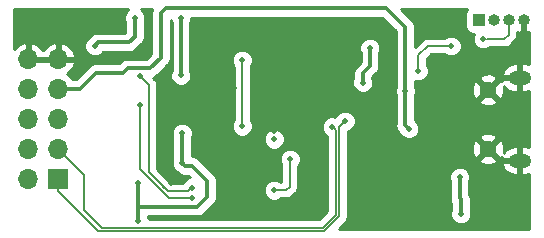
<source format=gbr>
G04 #@! TF.GenerationSoftware,KiCad,Pcbnew,(5.0-dev-4069-g322ce84fb)*
G04 #@! TF.CreationDate,2018-04-09T14:07:30+08:00*
G04 #@! TF.ProjectId,ZZQDap,5A5A514461702E6B696361645F706362,rev?*
G04 #@! TF.SameCoordinates,Original*
G04 #@! TF.FileFunction,Copper,L2,Bot,Signal*
G04 #@! TF.FilePolarity,Positive*
%FSLAX46Y46*%
G04 Gerber Fmt 4.6, Leading zero omitted, Abs format (unit mm)*
G04 Created by KiCad (PCBNEW (5.0-dev-4069-g322ce84fb)) date 04/09/18 14:07:30*
%MOMM*%
%LPD*%
G01*
G04 APERTURE LIST*
%ADD10O,1.900000X1.200000*%
%ADD11C,1.450000*%
%ADD12O,1.700000X1.700000*%
%ADD13R,1.700000X1.700000*%
%ADD14O,1.000000X1.000000*%
%ADD15R,1.000000X1.000000*%
%ADD16C,0.500000*%
%ADD17C,0.380000*%
%ADD18C,0.300000*%
%ADD19C,0.152000*%
%ADD20C,0.254000*%
G04 APERTURE END LIST*
D10*
X143500000Y-106500000D03*
X143500000Y-113500000D03*
D11*
X140800000Y-107500000D03*
X140800000Y-112500000D03*
D12*
X101860000Y-104920000D03*
X104400000Y-104920000D03*
X101860000Y-107460000D03*
X104400000Y-107460000D03*
X101860000Y-110000000D03*
X104400000Y-110000000D03*
X101860000Y-112540000D03*
X104400000Y-112540000D03*
X101860000Y-115080000D03*
D13*
X104400000Y-115080000D03*
D14*
X143810000Y-101600000D03*
X142540000Y-101600000D03*
X141270000Y-101600000D03*
D15*
X140000000Y-101600000D03*
D16*
X118500000Y-104100000D03*
X126000000Y-118000000D03*
X124000000Y-104600000D03*
X128700000Y-108250010D03*
X130800000Y-104000000D03*
X130200000Y-106900000D03*
X127100000Y-113400000D03*
X114000000Y-115400000D03*
X114800000Y-101400000D03*
X114800000Y-106300000D03*
X111400000Y-103800000D03*
X127600000Y-110650000D03*
X128700000Y-110150000D03*
X119300000Y-107400000D03*
X107500000Y-103800000D03*
X110900000Y-101400000D03*
X111302389Y-106340010D03*
X122700000Y-116000000D03*
X115700000Y-116700000D03*
X115700000Y-115800000D03*
X114900000Y-113700000D03*
X114900000Y-111200000D03*
X124050000Y-113400000D03*
X111300000Y-108800000D03*
X138400000Y-114900000D03*
X138500000Y-118000000D03*
X139200000Y-108300000D03*
X139200000Y-107500000D03*
X137700000Y-103800000D03*
X134900000Y-105900000D03*
X140400000Y-103200000D03*
X134100000Y-110800000D03*
X137800000Y-110800000D03*
X122700000Y-111700000D03*
X122700000Y-111000000D03*
X119200000Y-109000000D03*
X120000000Y-105000000D03*
X120000000Y-110600000D03*
X138100000Y-114000000D03*
X138047979Y-107600000D03*
X111200000Y-118600000D03*
X111200000Y-115400000D03*
X133800000Y-107600000D03*
D17*
X113100000Y-104800000D02*
X113100000Y-101000000D01*
X112200000Y-105700000D02*
X113100000Y-104800000D01*
X113100000Y-101000000D02*
X113500000Y-100600000D01*
X113500000Y-100600000D02*
X132200000Y-100600000D01*
X132200000Y-100600000D02*
X133800000Y-102200000D01*
X133800000Y-102200000D02*
X133800000Y-107600000D01*
X110300000Y-105700000D02*
X112200000Y-105700000D01*
X109900000Y-106100000D02*
X110300000Y-105700000D01*
X107600000Y-106100000D02*
X106240000Y-107460000D01*
X107600000Y-106100000D02*
X109900000Y-106100000D01*
X106240000Y-107460000D02*
X104400000Y-107460000D01*
X133800000Y-109000000D02*
X133800000Y-110500000D01*
X133800000Y-107600000D02*
X133800000Y-109000000D01*
D18*
X130800000Y-105500000D02*
X130800000Y-104000000D01*
X130200000Y-106100000D02*
X130800000Y-105500000D01*
X130200000Y-106900000D02*
X130200000Y-106100000D01*
D17*
X114900000Y-113700000D02*
X115149999Y-113949999D01*
X115149999Y-113949999D02*
X115749999Y-113949999D01*
X115749999Y-113949999D02*
X117000000Y-115200000D01*
X117000000Y-115200000D02*
X117000000Y-116600000D01*
X117000000Y-116600000D02*
X116200000Y-117400000D01*
X116200000Y-117400000D02*
X111200000Y-117400000D01*
X111200000Y-117400000D02*
X111200000Y-115400000D01*
X111200000Y-118600000D02*
X111200000Y-117400000D01*
D18*
X114800000Y-106300000D02*
X114800000Y-101400000D01*
D19*
X127900000Y-118100000D02*
X127900000Y-111000000D01*
X127600000Y-110650000D02*
X127900000Y-110950000D01*
X127900000Y-110950000D02*
X127900000Y-111000000D01*
X128204011Y-118225925D02*
X128204011Y-110800000D01*
X128700000Y-110150000D02*
X128204011Y-110645989D01*
X128204011Y-110645989D02*
X128204011Y-110800000D01*
D18*
X119200000Y-109000000D02*
X119200000Y-107500000D01*
X119200000Y-107500000D02*
X119300000Y-107400000D01*
D17*
X110900000Y-101400000D02*
X110900000Y-103000000D01*
X110900000Y-103000000D02*
X110400000Y-103500000D01*
X110400000Y-103500000D02*
X107800000Y-103500000D01*
X107800000Y-103500000D02*
X107500000Y-103800000D01*
D19*
X126799999Y-119200001D02*
X127900000Y-118100000D01*
X118799999Y-119200001D02*
X126799999Y-119200001D01*
X109100000Y-119200001D02*
X118799999Y-119200001D01*
X108100001Y-119200001D02*
X109100000Y-119200001D01*
X106600000Y-117700000D02*
X108100001Y-119200001D01*
X106600000Y-114740000D02*
X106600000Y-117700000D01*
X104400000Y-112540000D02*
X106600000Y-114740000D01*
X104400000Y-115080000D02*
X104400000Y-116082000D01*
X104400000Y-116082000D02*
X107822011Y-119504011D01*
X107822011Y-119504011D02*
X126925925Y-119504011D01*
X126925925Y-119504011D02*
X128204011Y-118225925D01*
X112100000Y-114500000D02*
X112100000Y-107137621D01*
X111552388Y-106590009D02*
X111302389Y-106340010D01*
X112100000Y-107137621D02*
X111552388Y-106590009D01*
X112600000Y-115000000D02*
X112100000Y-114500000D01*
X115300000Y-116100000D02*
X113700000Y-116100000D01*
X115700000Y-115800000D02*
X115400000Y-116100000D01*
X115400000Y-116100000D02*
X115300000Y-116100000D01*
X112600000Y-115000000D02*
X113200000Y-115600000D01*
X112600000Y-115000000D02*
X113700000Y-116100000D01*
X123700000Y-116000000D02*
X124000000Y-115700000D01*
X122700000Y-116000000D02*
X123700000Y-116000000D01*
X124000000Y-115700000D02*
X124000000Y-113803553D01*
X124000000Y-113803553D02*
X124050000Y-113753553D01*
X124050000Y-113753553D02*
X124050000Y-113400000D01*
X111300000Y-114200000D02*
X113200000Y-116100000D01*
X115700000Y-116700000D02*
X113800000Y-116700000D01*
X113800000Y-116700000D02*
X113200000Y-116100000D01*
X113400000Y-115800000D02*
X113200000Y-115600000D01*
D17*
X114900000Y-111200000D02*
X114900000Y-113700000D01*
D19*
X111300000Y-108800000D02*
X111300000Y-114200000D01*
D17*
X138400000Y-116700000D02*
X138500000Y-116800000D01*
X138400000Y-114900000D02*
X138400000Y-116700000D01*
X138500000Y-116800000D02*
X138500000Y-118000000D01*
D19*
X135700000Y-103800000D02*
X134900000Y-104600000D01*
X137700000Y-103800000D02*
X135700000Y-103800000D01*
X134900000Y-104600000D02*
X134900000Y-105900000D01*
X142200000Y-103200000D02*
X142540000Y-102860000D01*
X142540000Y-102860000D02*
X142540000Y-101600000D01*
X140700000Y-103200000D02*
X142200000Y-103200000D01*
D17*
X133800000Y-110500000D02*
X134100000Y-110800000D01*
D19*
X120000000Y-110600000D02*
X120000000Y-110246447D01*
X120000000Y-110246447D02*
X120000000Y-105000000D01*
D20*
G36*
X138901843Y-100852235D02*
X138852560Y-101100000D01*
X138852560Y-102100000D01*
X138901843Y-102347765D01*
X139042191Y-102557809D01*
X139252235Y-102698157D01*
X139500000Y-102747440D01*
X139629539Y-102747440D01*
X139515000Y-103023963D01*
X139515000Y-103376037D01*
X139649733Y-103701312D01*
X139898688Y-103950267D01*
X140223963Y-104085000D01*
X140576037Y-104085000D01*
X140901312Y-103950267D01*
X140940579Y-103911000D01*
X142129979Y-103911000D01*
X142200000Y-103924928D01*
X142270021Y-103911000D01*
X142270026Y-103911000D01*
X142477418Y-103869747D01*
X142712602Y-103712602D01*
X142752269Y-103653236D01*
X142993238Y-103412267D01*
X143052601Y-103372602D01*
X143092267Y-103313238D01*
X143092269Y-103313236D01*
X143209747Y-103137419D01*
X143222148Y-103075072D01*
X143251000Y-102930026D01*
X143251000Y-102930022D01*
X143264928Y-102860000D01*
X143251000Y-102789978D01*
X143251000Y-102587628D01*
X143508126Y-102694119D01*
X143683000Y-102567954D01*
X143683000Y-101727000D01*
X143671973Y-101727000D01*
X143697235Y-101600000D01*
X143671973Y-101473000D01*
X143683000Y-101473000D01*
X143683000Y-101453000D01*
X143937000Y-101453000D01*
X143937000Y-101473000D01*
X143957000Y-101473000D01*
X143957000Y-101727000D01*
X143937000Y-101727000D01*
X143937000Y-102567954D01*
X144111874Y-102694119D01*
X144290000Y-102620346D01*
X144290000Y-105361419D01*
X143977000Y-105265000D01*
X143627000Y-105265000D01*
X143627000Y-106373000D01*
X143647000Y-106373000D01*
X143647000Y-106627000D01*
X143627000Y-106627000D01*
X143627000Y-107735000D01*
X143977000Y-107735000D01*
X144290000Y-107638581D01*
X144290001Y-112361419D01*
X143977000Y-112265000D01*
X143627000Y-112265000D01*
X143627000Y-113373000D01*
X143647000Y-113373000D01*
X143647000Y-113627000D01*
X143627000Y-113627000D01*
X143627000Y-114735000D01*
X143977000Y-114735000D01*
X144290001Y-114638581D01*
X144290001Y-119290000D01*
X128145442Y-119290000D01*
X128657251Y-118778190D01*
X128716612Y-118738527D01*
X128756276Y-118679166D01*
X128756280Y-118679162D01*
X128873758Y-118503344D01*
X128928940Y-118225925D01*
X128915011Y-118155899D01*
X128915011Y-114723963D01*
X137515000Y-114723963D01*
X137515000Y-115076037D01*
X137575000Y-115220891D01*
X137575001Y-116618748D01*
X137558839Y-116700000D01*
X137622868Y-117021898D01*
X137660423Y-117078102D01*
X137675000Y-117099919D01*
X137675001Y-117679108D01*
X137615000Y-117823963D01*
X137615000Y-118176037D01*
X137749733Y-118501312D01*
X137998688Y-118750267D01*
X138323963Y-118885000D01*
X138676037Y-118885000D01*
X139001312Y-118750267D01*
X139250267Y-118501312D01*
X139385000Y-118176037D01*
X139385000Y-117823963D01*
X139325000Y-117679110D01*
X139325000Y-116881247D01*
X139341161Y-116799999D01*
X139325000Y-116718750D01*
X139325000Y-116718749D01*
X139277132Y-116478101D01*
X139225000Y-116400080D01*
X139225000Y-115220890D01*
X139285000Y-115076037D01*
X139285000Y-114723963D01*
X139150267Y-114398688D01*
X138901312Y-114149733D01*
X138576037Y-114015000D01*
X138223963Y-114015000D01*
X137898688Y-114149733D01*
X137649733Y-114398688D01*
X137515000Y-114723963D01*
X128915011Y-114723963D01*
X128915011Y-113453398D01*
X140026207Y-113453398D01*
X140091122Y-113691753D01*
X140601146Y-113872312D01*
X141141444Y-113843949D01*
X141205034Y-113817609D01*
X141956538Y-113817609D01*
X141960408Y-113855281D01*
X142186920Y-114283474D01*
X142560053Y-114592390D01*
X143023000Y-114735000D01*
X143373000Y-114735000D01*
X143373000Y-113627000D01*
X142081269Y-113627000D01*
X141956538Y-113817609D01*
X141205034Y-113817609D01*
X141508878Y-113691753D01*
X141573793Y-113453398D01*
X140800000Y-112679605D01*
X140026207Y-113453398D01*
X128915011Y-113453398D01*
X128915011Y-112301146D01*
X139427688Y-112301146D01*
X139456051Y-112841444D01*
X139608247Y-113208878D01*
X139846602Y-113273793D01*
X140620395Y-112500000D01*
X140979605Y-112500000D01*
X141753398Y-113273793D01*
X141976576Y-113213012D01*
X142081269Y-113373000D01*
X143373000Y-113373000D01*
X143373000Y-112265000D01*
X143023000Y-112265000D01*
X142560053Y-112407610D01*
X142186920Y-112716526D01*
X142123842Y-112835768D01*
X142172312Y-112698854D01*
X142143949Y-112158556D01*
X141991753Y-111791122D01*
X141753398Y-111726207D01*
X140979605Y-112500000D01*
X140620395Y-112500000D01*
X139846602Y-111726207D01*
X139608247Y-111791122D01*
X139427688Y-112301146D01*
X128915011Y-112301146D01*
X128915011Y-111018856D01*
X129201312Y-110900267D01*
X129450267Y-110651312D01*
X129585000Y-110326037D01*
X129585000Y-109973963D01*
X129450267Y-109648688D01*
X129201312Y-109399733D01*
X128876037Y-109265000D01*
X128523963Y-109265000D01*
X128198688Y-109399733D01*
X127949733Y-109648688D01*
X127883173Y-109809377D01*
X127776037Y-109765000D01*
X127423963Y-109765000D01*
X127098688Y-109899733D01*
X126849733Y-110148688D01*
X126715000Y-110473963D01*
X126715000Y-110826037D01*
X126849733Y-111151312D01*
X127098688Y-111400267D01*
X127189001Y-111437676D01*
X127189000Y-117805494D01*
X126505494Y-118489001D01*
X112085000Y-118489001D01*
X112085000Y-118423963D01*
X112025000Y-118279110D01*
X112025000Y-118225000D01*
X116118753Y-118225000D01*
X116200000Y-118241161D01*
X116281247Y-118225000D01*
X116281251Y-118225000D01*
X116521899Y-118177132D01*
X116794791Y-117994791D01*
X116840817Y-117925908D01*
X117525910Y-117240816D01*
X117594791Y-117194791D01*
X117777132Y-116921899D01*
X117825000Y-116681251D01*
X117825000Y-116681248D01*
X117841161Y-116600000D01*
X117825000Y-116518753D01*
X117825000Y-115823963D01*
X121815000Y-115823963D01*
X121815000Y-116176037D01*
X121949733Y-116501312D01*
X122198688Y-116750267D01*
X122523963Y-116885000D01*
X122876037Y-116885000D01*
X123201312Y-116750267D01*
X123240579Y-116711000D01*
X123629979Y-116711000D01*
X123700000Y-116724928D01*
X123770021Y-116711000D01*
X123770026Y-116711000D01*
X123977418Y-116669747D01*
X124212602Y-116512602D01*
X124252269Y-116453236D01*
X124453238Y-116252267D01*
X124512601Y-116212602D01*
X124669747Y-115977418D01*
X124711000Y-115770026D01*
X124711000Y-115770022D01*
X124724928Y-115700001D01*
X124711000Y-115629980D01*
X124711000Y-114044062D01*
X124719747Y-114030971D01*
X124731948Y-113969631D01*
X124800267Y-113901312D01*
X124935000Y-113576037D01*
X124935000Y-113223963D01*
X124800267Y-112898688D01*
X124551312Y-112649733D01*
X124226037Y-112515000D01*
X123873963Y-112515000D01*
X123548688Y-112649733D01*
X123299733Y-112898688D01*
X123165000Y-113223963D01*
X123165000Y-113576037D01*
X123289001Y-113875402D01*
X123289000Y-115289000D01*
X123240579Y-115289000D01*
X123201312Y-115249733D01*
X122876037Y-115115000D01*
X122523963Y-115115000D01*
X122198688Y-115249733D01*
X121949733Y-115498688D01*
X121815000Y-115823963D01*
X117825000Y-115823963D01*
X117825000Y-115281247D01*
X117841161Y-115199999D01*
X117825000Y-115118750D01*
X117825000Y-115118749D01*
X117777132Y-114878101D01*
X117594791Y-114605209D01*
X117525911Y-114559185D01*
X116390817Y-113424091D01*
X116344790Y-113355208D01*
X116071898Y-113172867D01*
X115831250Y-113124999D01*
X115831246Y-113124999D01*
X115749999Y-113108838D01*
X115725000Y-113113811D01*
X115725000Y-111523963D01*
X121815000Y-111523963D01*
X121815000Y-111876037D01*
X121949733Y-112201312D01*
X122198688Y-112450267D01*
X122523963Y-112585000D01*
X122876037Y-112585000D01*
X123201312Y-112450267D01*
X123450267Y-112201312D01*
X123585000Y-111876037D01*
X123585000Y-111523963D01*
X123450267Y-111198688D01*
X123201312Y-110949733D01*
X122876037Y-110815000D01*
X122523963Y-110815000D01*
X122198688Y-110949733D01*
X121949733Y-111198688D01*
X121815000Y-111523963D01*
X115725000Y-111523963D01*
X115725000Y-111520890D01*
X115785000Y-111376037D01*
X115785000Y-111023963D01*
X115650267Y-110698688D01*
X115401312Y-110449733D01*
X115076037Y-110315000D01*
X114723963Y-110315000D01*
X114398688Y-110449733D01*
X114149733Y-110698688D01*
X114015000Y-111023963D01*
X114015000Y-111376037D01*
X114075000Y-111520891D01*
X114075001Y-113379108D01*
X114015000Y-113523963D01*
X114015000Y-113876037D01*
X114149733Y-114201312D01*
X114398688Y-114450267D01*
X114527778Y-114503738D01*
X114555208Y-114544790D01*
X114828100Y-114727131D01*
X115068748Y-114774999D01*
X115068752Y-114774999D01*
X115149999Y-114791160D01*
X115231246Y-114774999D01*
X115408274Y-114774999D01*
X115548275Y-114915000D01*
X115523963Y-114915000D01*
X115198688Y-115049733D01*
X114949733Y-115298688D01*
X114912325Y-115389000D01*
X113994506Y-115389000D01*
X113635760Y-115030254D01*
X113053237Y-114447732D01*
X112811000Y-114205495D01*
X112811000Y-107207641D01*
X112824928Y-107137620D01*
X112811000Y-107067599D01*
X112811000Y-107067595D01*
X112769747Y-106860203D01*
X112678714Y-106723963D01*
X112652268Y-106684383D01*
X112652267Y-106684382D01*
X112612602Y-106625019D01*
X112553238Y-106585353D01*
X112457772Y-106489888D01*
X112521899Y-106477132D01*
X112794791Y-106294791D01*
X112840817Y-106225908D01*
X113625913Y-105440814D01*
X113694791Y-105394791D01*
X113740814Y-105325913D01*
X113740816Y-105325911D01*
X113877132Y-105121899D01*
X113880452Y-105105209D01*
X113925000Y-104881251D01*
X113925000Y-104881248D01*
X113941161Y-104800001D01*
X113925000Y-104718753D01*
X113925000Y-101600179D01*
X114015001Y-101817461D01*
X114015000Y-105882541D01*
X113915000Y-106123963D01*
X113915000Y-106476037D01*
X114049733Y-106801312D01*
X114298688Y-107050267D01*
X114623963Y-107185000D01*
X114976037Y-107185000D01*
X115301312Y-107050267D01*
X115550267Y-106801312D01*
X115685000Y-106476037D01*
X115685000Y-106123963D01*
X115585000Y-105882541D01*
X115585000Y-104823963D01*
X119115000Y-104823963D01*
X119115000Y-105176037D01*
X119249733Y-105501312D01*
X119289001Y-105540580D01*
X119289000Y-110059421D01*
X119249733Y-110098688D01*
X119115000Y-110423963D01*
X119115000Y-110776037D01*
X119249733Y-111101312D01*
X119498688Y-111350267D01*
X119823963Y-111485000D01*
X120176037Y-111485000D01*
X120501312Y-111350267D01*
X120750267Y-111101312D01*
X120885000Y-110776037D01*
X120885000Y-110423963D01*
X120750267Y-110098688D01*
X120711000Y-110059421D01*
X120711000Y-106723963D01*
X129315000Y-106723963D01*
X129315000Y-107076037D01*
X129449733Y-107401312D01*
X129698688Y-107650267D01*
X130023963Y-107785000D01*
X130376037Y-107785000D01*
X130701312Y-107650267D01*
X130950267Y-107401312D01*
X131085000Y-107076037D01*
X131085000Y-106723963D01*
X130985000Y-106482541D01*
X130985000Y-106425157D01*
X131300411Y-106109747D01*
X131365953Y-106065953D01*
X131409747Y-106000411D01*
X131409749Y-106000409D01*
X131463301Y-105920263D01*
X131539454Y-105806292D01*
X131585000Y-105577316D01*
X131585000Y-105577312D01*
X131600378Y-105500001D01*
X131585000Y-105422690D01*
X131585000Y-104417459D01*
X131685000Y-104176037D01*
X131685000Y-103823963D01*
X131550267Y-103498688D01*
X131301312Y-103249733D01*
X130976037Y-103115000D01*
X130623963Y-103115000D01*
X130298688Y-103249733D01*
X130049733Y-103498688D01*
X129915000Y-103823963D01*
X129915000Y-104176037D01*
X130015001Y-104417461D01*
X130015000Y-105174842D01*
X129699590Y-105490253D01*
X129634048Y-105534047D01*
X129590254Y-105599589D01*
X129590251Y-105599592D01*
X129460546Y-105793709D01*
X129438300Y-105905548D01*
X129415000Y-106022684D01*
X129415000Y-106022688D01*
X129399622Y-106100000D01*
X129415000Y-106177312D01*
X129415000Y-106482541D01*
X129315000Y-106723963D01*
X120711000Y-106723963D01*
X120711000Y-105540579D01*
X120750267Y-105501312D01*
X120885000Y-105176037D01*
X120885000Y-104823963D01*
X120750267Y-104498688D01*
X120501312Y-104249733D01*
X120176037Y-104115000D01*
X119823963Y-104115000D01*
X119498688Y-104249733D01*
X119249733Y-104498688D01*
X119115000Y-104823963D01*
X115585000Y-104823963D01*
X115585000Y-101817459D01*
X115685000Y-101576037D01*
X115685000Y-101425000D01*
X131858275Y-101425000D01*
X132975000Y-102541726D01*
X132975001Y-107279108D01*
X132915000Y-107423963D01*
X132915000Y-107776037D01*
X132975000Y-107920891D01*
X132975001Y-108918745D01*
X132975000Y-108918750D01*
X132975001Y-110418748D01*
X132958839Y-110500000D01*
X133022868Y-110821898D01*
X133122747Y-110971376D01*
X133205210Y-111094791D01*
X133274090Y-111140815D01*
X133289733Y-111156458D01*
X133349733Y-111301312D01*
X133598688Y-111550267D01*
X133923963Y-111685000D01*
X134276037Y-111685000D01*
X134601312Y-111550267D01*
X134604977Y-111546602D01*
X140026207Y-111546602D01*
X140800000Y-112320395D01*
X141573793Y-111546602D01*
X141508878Y-111308247D01*
X140998854Y-111127688D01*
X140458556Y-111156051D01*
X140091122Y-111308247D01*
X140026207Y-111546602D01*
X134604977Y-111546602D01*
X134850267Y-111301312D01*
X134985000Y-110976037D01*
X134985000Y-110623963D01*
X134850267Y-110298688D01*
X134625000Y-110073421D01*
X134625000Y-108453398D01*
X140026207Y-108453398D01*
X140091122Y-108691753D01*
X140601146Y-108872312D01*
X141141444Y-108843949D01*
X141508878Y-108691753D01*
X141573793Y-108453398D01*
X140800000Y-107679605D01*
X140026207Y-108453398D01*
X134625000Y-108453398D01*
X134625000Y-107920890D01*
X134685000Y-107776037D01*
X134685000Y-107423963D01*
X134634128Y-107301146D01*
X139427688Y-107301146D01*
X139456051Y-107841444D01*
X139608247Y-108208878D01*
X139846602Y-108273793D01*
X140620395Y-107500000D01*
X140979605Y-107500000D01*
X141753398Y-108273793D01*
X141991753Y-108208878D01*
X142172312Y-107698854D01*
X142146495Y-107207055D01*
X142186920Y-107283474D01*
X142560053Y-107592390D01*
X143023000Y-107735000D01*
X143373000Y-107735000D01*
X143373000Y-106627000D01*
X142081269Y-106627000D01*
X141976576Y-106786988D01*
X141753398Y-106726207D01*
X140979605Y-107500000D01*
X140620395Y-107500000D01*
X139846602Y-106726207D01*
X139608247Y-106791122D01*
X139427688Y-107301146D01*
X134634128Y-107301146D01*
X134625000Y-107279110D01*
X134625000Y-106744008D01*
X134723963Y-106785000D01*
X135076037Y-106785000D01*
X135401312Y-106650267D01*
X135504977Y-106546602D01*
X140026207Y-106546602D01*
X140800000Y-107320395D01*
X141573793Y-106546602D01*
X141508878Y-106308247D01*
X141153374Y-106182391D01*
X141956538Y-106182391D01*
X142081269Y-106373000D01*
X143373000Y-106373000D01*
X143373000Y-105265000D01*
X143023000Y-105265000D01*
X142560053Y-105407610D01*
X142186920Y-105716526D01*
X141960408Y-106144719D01*
X141956538Y-106182391D01*
X141153374Y-106182391D01*
X140998854Y-106127688D01*
X140458556Y-106156051D01*
X140091122Y-106308247D01*
X140026207Y-106546602D01*
X135504977Y-106546602D01*
X135650267Y-106401312D01*
X135785000Y-106076037D01*
X135785000Y-105723963D01*
X135650267Y-105398688D01*
X135611000Y-105359421D01*
X135611000Y-104894505D01*
X135994505Y-104511000D01*
X137159421Y-104511000D01*
X137198688Y-104550267D01*
X137523963Y-104685000D01*
X137876037Y-104685000D01*
X138201312Y-104550267D01*
X138450267Y-104301312D01*
X138585000Y-103976037D01*
X138585000Y-103623963D01*
X138450267Y-103298688D01*
X138201312Y-103049733D01*
X137876037Y-102915000D01*
X137523963Y-102915000D01*
X137198688Y-103049733D01*
X137159421Y-103089000D01*
X135770021Y-103089000D01*
X135700000Y-103075072D01*
X135629979Y-103089000D01*
X135629974Y-103089000D01*
X135422582Y-103130253D01*
X135187398Y-103287398D01*
X135147731Y-103346764D01*
X134625000Y-103869495D01*
X134625000Y-102281247D01*
X134641161Y-102200000D01*
X134625000Y-102118750D01*
X134625000Y-102118749D01*
X134577132Y-101878101D01*
X134394791Y-101605209D01*
X134325911Y-101559185D01*
X133476725Y-100710000D01*
X138996882Y-100710000D01*
X138901843Y-100852235D01*
X138901843Y-100852235D01*
G37*
X138901843Y-100852235D02*
X138852560Y-101100000D01*
X138852560Y-102100000D01*
X138901843Y-102347765D01*
X139042191Y-102557809D01*
X139252235Y-102698157D01*
X139500000Y-102747440D01*
X139629539Y-102747440D01*
X139515000Y-103023963D01*
X139515000Y-103376037D01*
X139649733Y-103701312D01*
X139898688Y-103950267D01*
X140223963Y-104085000D01*
X140576037Y-104085000D01*
X140901312Y-103950267D01*
X140940579Y-103911000D01*
X142129979Y-103911000D01*
X142200000Y-103924928D01*
X142270021Y-103911000D01*
X142270026Y-103911000D01*
X142477418Y-103869747D01*
X142712602Y-103712602D01*
X142752269Y-103653236D01*
X142993238Y-103412267D01*
X143052601Y-103372602D01*
X143092267Y-103313238D01*
X143092269Y-103313236D01*
X143209747Y-103137419D01*
X143222148Y-103075072D01*
X143251000Y-102930026D01*
X143251000Y-102930022D01*
X143264928Y-102860000D01*
X143251000Y-102789978D01*
X143251000Y-102587628D01*
X143508126Y-102694119D01*
X143683000Y-102567954D01*
X143683000Y-101727000D01*
X143671973Y-101727000D01*
X143697235Y-101600000D01*
X143671973Y-101473000D01*
X143683000Y-101473000D01*
X143683000Y-101453000D01*
X143937000Y-101453000D01*
X143937000Y-101473000D01*
X143957000Y-101473000D01*
X143957000Y-101727000D01*
X143937000Y-101727000D01*
X143937000Y-102567954D01*
X144111874Y-102694119D01*
X144290000Y-102620346D01*
X144290000Y-105361419D01*
X143977000Y-105265000D01*
X143627000Y-105265000D01*
X143627000Y-106373000D01*
X143647000Y-106373000D01*
X143647000Y-106627000D01*
X143627000Y-106627000D01*
X143627000Y-107735000D01*
X143977000Y-107735000D01*
X144290000Y-107638581D01*
X144290001Y-112361419D01*
X143977000Y-112265000D01*
X143627000Y-112265000D01*
X143627000Y-113373000D01*
X143647000Y-113373000D01*
X143647000Y-113627000D01*
X143627000Y-113627000D01*
X143627000Y-114735000D01*
X143977000Y-114735000D01*
X144290001Y-114638581D01*
X144290001Y-119290000D01*
X128145442Y-119290000D01*
X128657251Y-118778190D01*
X128716612Y-118738527D01*
X128756276Y-118679166D01*
X128756280Y-118679162D01*
X128873758Y-118503344D01*
X128928940Y-118225925D01*
X128915011Y-118155899D01*
X128915011Y-114723963D01*
X137515000Y-114723963D01*
X137515000Y-115076037D01*
X137575000Y-115220891D01*
X137575001Y-116618748D01*
X137558839Y-116700000D01*
X137622868Y-117021898D01*
X137660423Y-117078102D01*
X137675000Y-117099919D01*
X137675001Y-117679108D01*
X137615000Y-117823963D01*
X137615000Y-118176037D01*
X137749733Y-118501312D01*
X137998688Y-118750267D01*
X138323963Y-118885000D01*
X138676037Y-118885000D01*
X139001312Y-118750267D01*
X139250267Y-118501312D01*
X139385000Y-118176037D01*
X139385000Y-117823963D01*
X139325000Y-117679110D01*
X139325000Y-116881247D01*
X139341161Y-116799999D01*
X139325000Y-116718750D01*
X139325000Y-116718749D01*
X139277132Y-116478101D01*
X139225000Y-116400080D01*
X139225000Y-115220890D01*
X139285000Y-115076037D01*
X139285000Y-114723963D01*
X139150267Y-114398688D01*
X138901312Y-114149733D01*
X138576037Y-114015000D01*
X138223963Y-114015000D01*
X137898688Y-114149733D01*
X137649733Y-114398688D01*
X137515000Y-114723963D01*
X128915011Y-114723963D01*
X128915011Y-113453398D01*
X140026207Y-113453398D01*
X140091122Y-113691753D01*
X140601146Y-113872312D01*
X141141444Y-113843949D01*
X141205034Y-113817609D01*
X141956538Y-113817609D01*
X141960408Y-113855281D01*
X142186920Y-114283474D01*
X142560053Y-114592390D01*
X143023000Y-114735000D01*
X143373000Y-114735000D01*
X143373000Y-113627000D01*
X142081269Y-113627000D01*
X141956538Y-113817609D01*
X141205034Y-113817609D01*
X141508878Y-113691753D01*
X141573793Y-113453398D01*
X140800000Y-112679605D01*
X140026207Y-113453398D01*
X128915011Y-113453398D01*
X128915011Y-112301146D01*
X139427688Y-112301146D01*
X139456051Y-112841444D01*
X139608247Y-113208878D01*
X139846602Y-113273793D01*
X140620395Y-112500000D01*
X140979605Y-112500000D01*
X141753398Y-113273793D01*
X141976576Y-113213012D01*
X142081269Y-113373000D01*
X143373000Y-113373000D01*
X143373000Y-112265000D01*
X143023000Y-112265000D01*
X142560053Y-112407610D01*
X142186920Y-112716526D01*
X142123842Y-112835768D01*
X142172312Y-112698854D01*
X142143949Y-112158556D01*
X141991753Y-111791122D01*
X141753398Y-111726207D01*
X140979605Y-112500000D01*
X140620395Y-112500000D01*
X139846602Y-111726207D01*
X139608247Y-111791122D01*
X139427688Y-112301146D01*
X128915011Y-112301146D01*
X128915011Y-111018856D01*
X129201312Y-110900267D01*
X129450267Y-110651312D01*
X129585000Y-110326037D01*
X129585000Y-109973963D01*
X129450267Y-109648688D01*
X129201312Y-109399733D01*
X128876037Y-109265000D01*
X128523963Y-109265000D01*
X128198688Y-109399733D01*
X127949733Y-109648688D01*
X127883173Y-109809377D01*
X127776037Y-109765000D01*
X127423963Y-109765000D01*
X127098688Y-109899733D01*
X126849733Y-110148688D01*
X126715000Y-110473963D01*
X126715000Y-110826037D01*
X126849733Y-111151312D01*
X127098688Y-111400267D01*
X127189001Y-111437676D01*
X127189000Y-117805494D01*
X126505494Y-118489001D01*
X112085000Y-118489001D01*
X112085000Y-118423963D01*
X112025000Y-118279110D01*
X112025000Y-118225000D01*
X116118753Y-118225000D01*
X116200000Y-118241161D01*
X116281247Y-118225000D01*
X116281251Y-118225000D01*
X116521899Y-118177132D01*
X116794791Y-117994791D01*
X116840817Y-117925908D01*
X117525910Y-117240816D01*
X117594791Y-117194791D01*
X117777132Y-116921899D01*
X117825000Y-116681251D01*
X117825000Y-116681248D01*
X117841161Y-116600000D01*
X117825000Y-116518753D01*
X117825000Y-115823963D01*
X121815000Y-115823963D01*
X121815000Y-116176037D01*
X121949733Y-116501312D01*
X122198688Y-116750267D01*
X122523963Y-116885000D01*
X122876037Y-116885000D01*
X123201312Y-116750267D01*
X123240579Y-116711000D01*
X123629979Y-116711000D01*
X123700000Y-116724928D01*
X123770021Y-116711000D01*
X123770026Y-116711000D01*
X123977418Y-116669747D01*
X124212602Y-116512602D01*
X124252269Y-116453236D01*
X124453238Y-116252267D01*
X124512601Y-116212602D01*
X124669747Y-115977418D01*
X124711000Y-115770026D01*
X124711000Y-115770022D01*
X124724928Y-115700001D01*
X124711000Y-115629980D01*
X124711000Y-114044062D01*
X124719747Y-114030971D01*
X124731948Y-113969631D01*
X124800267Y-113901312D01*
X124935000Y-113576037D01*
X124935000Y-113223963D01*
X124800267Y-112898688D01*
X124551312Y-112649733D01*
X124226037Y-112515000D01*
X123873963Y-112515000D01*
X123548688Y-112649733D01*
X123299733Y-112898688D01*
X123165000Y-113223963D01*
X123165000Y-113576037D01*
X123289001Y-113875402D01*
X123289000Y-115289000D01*
X123240579Y-115289000D01*
X123201312Y-115249733D01*
X122876037Y-115115000D01*
X122523963Y-115115000D01*
X122198688Y-115249733D01*
X121949733Y-115498688D01*
X121815000Y-115823963D01*
X117825000Y-115823963D01*
X117825000Y-115281247D01*
X117841161Y-115199999D01*
X117825000Y-115118750D01*
X117825000Y-115118749D01*
X117777132Y-114878101D01*
X117594791Y-114605209D01*
X117525911Y-114559185D01*
X116390817Y-113424091D01*
X116344790Y-113355208D01*
X116071898Y-113172867D01*
X115831250Y-113124999D01*
X115831246Y-113124999D01*
X115749999Y-113108838D01*
X115725000Y-113113811D01*
X115725000Y-111523963D01*
X121815000Y-111523963D01*
X121815000Y-111876037D01*
X121949733Y-112201312D01*
X122198688Y-112450267D01*
X122523963Y-112585000D01*
X122876037Y-112585000D01*
X123201312Y-112450267D01*
X123450267Y-112201312D01*
X123585000Y-111876037D01*
X123585000Y-111523963D01*
X123450267Y-111198688D01*
X123201312Y-110949733D01*
X122876037Y-110815000D01*
X122523963Y-110815000D01*
X122198688Y-110949733D01*
X121949733Y-111198688D01*
X121815000Y-111523963D01*
X115725000Y-111523963D01*
X115725000Y-111520890D01*
X115785000Y-111376037D01*
X115785000Y-111023963D01*
X115650267Y-110698688D01*
X115401312Y-110449733D01*
X115076037Y-110315000D01*
X114723963Y-110315000D01*
X114398688Y-110449733D01*
X114149733Y-110698688D01*
X114015000Y-111023963D01*
X114015000Y-111376037D01*
X114075000Y-111520891D01*
X114075001Y-113379108D01*
X114015000Y-113523963D01*
X114015000Y-113876037D01*
X114149733Y-114201312D01*
X114398688Y-114450267D01*
X114527778Y-114503738D01*
X114555208Y-114544790D01*
X114828100Y-114727131D01*
X115068748Y-114774999D01*
X115068752Y-114774999D01*
X115149999Y-114791160D01*
X115231246Y-114774999D01*
X115408274Y-114774999D01*
X115548275Y-114915000D01*
X115523963Y-114915000D01*
X115198688Y-115049733D01*
X114949733Y-115298688D01*
X114912325Y-115389000D01*
X113994506Y-115389000D01*
X113635760Y-115030254D01*
X113053237Y-114447732D01*
X112811000Y-114205495D01*
X112811000Y-107207641D01*
X112824928Y-107137620D01*
X112811000Y-107067599D01*
X112811000Y-107067595D01*
X112769747Y-106860203D01*
X112678714Y-106723963D01*
X112652268Y-106684383D01*
X112652267Y-106684382D01*
X112612602Y-106625019D01*
X112553238Y-106585353D01*
X112457772Y-106489888D01*
X112521899Y-106477132D01*
X112794791Y-106294791D01*
X112840817Y-106225908D01*
X113625913Y-105440814D01*
X113694791Y-105394791D01*
X113740814Y-105325913D01*
X113740816Y-105325911D01*
X113877132Y-105121899D01*
X113880452Y-105105209D01*
X113925000Y-104881251D01*
X113925000Y-104881248D01*
X113941161Y-104800001D01*
X113925000Y-104718753D01*
X113925000Y-101600179D01*
X114015001Y-101817461D01*
X114015000Y-105882541D01*
X113915000Y-106123963D01*
X113915000Y-106476037D01*
X114049733Y-106801312D01*
X114298688Y-107050267D01*
X114623963Y-107185000D01*
X114976037Y-107185000D01*
X115301312Y-107050267D01*
X115550267Y-106801312D01*
X115685000Y-106476037D01*
X115685000Y-106123963D01*
X115585000Y-105882541D01*
X115585000Y-104823963D01*
X119115000Y-104823963D01*
X119115000Y-105176037D01*
X119249733Y-105501312D01*
X119289001Y-105540580D01*
X119289000Y-110059421D01*
X119249733Y-110098688D01*
X119115000Y-110423963D01*
X119115000Y-110776037D01*
X119249733Y-111101312D01*
X119498688Y-111350267D01*
X119823963Y-111485000D01*
X120176037Y-111485000D01*
X120501312Y-111350267D01*
X120750267Y-111101312D01*
X120885000Y-110776037D01*
X120885000Y-110423963D01*
X120750267Y-110098688D01*
X120711000Y-110059421D01*
X120711000Y-106723963D01*
X129315000Y-106723963D01*
X129315000Y-107076037D01*
X129449733Y-107401312D01*
X129698688Y-107650267D01*
X130023963Y-107785000D01*
X130376037Y-107785000D01*
X130701312Y-107650267D01*
X130950267Y-107401312D01*
X131085000Y-107076037D01*
X131085000Y-106723963D01*
X130985000Y-106482541D01*
X130985000Y-106425157D01*
X131300411Y-106109747D01*
X131365953Y-106065953D01*
X131409747Y-106000411D01*
X131409749Y-106000409D01*
X131463301Y-105920263D01*
X131539454Y-105806292D01*
X131585000Y-105577316D01*
X131585000Y-105577312D01*
X131600378Y-105500001D01*
X131585000Y-105422690D01*
X131585000Y-104417459D01*
X131685000Y-104176037D01*
X131685000Y-103823963D01*
X131550267Y-103498688D01*
X131301312Y-103249733D01*
X130976037Y-103115000D01*
X130623963Y-103115000D01*
X130298688Y-103249733D01*
X130049733Y-103498688D01*
X129915000Y-103823963D01*
X129915000Y-104176037D01*
X130015001Y-104417461D01*
X130015000Y-105174842D01*
X129699590Y-105490253D01*
X129634048Y-105534047D01*
X129590254Y-105599589D01*
X129590251Y-105599592D01*
X129460546Y-105793709D01*
X129438300Y-105905548D01*
X129415000Y-106022684D01*
X129415000Y-106022688D01*
X129399622Y-106100000D01*
X129415000Y-106177312D01*
X129415000Y-106482541D01*
X129315000Y-106723963D01*
X120711000Y-106723963D01*
X120711000Y-105540579D01*
X120750267Y-105501312D01*
X120885000Y-105176037D01*
X120885000Y-104823963D01*
X120750267Y-104498688D01*
X120501312Y-104249733D01*
X120176037Y-104115000D01*
X119823963Y-104115000D01*
X119498688Y-104249733D01*
X119249733Y-104498688D01*
X119115000Y-104823963D01*
X115585000Y-104823963D01*
X115585000Y-101817459D01*
X115685000Y-101576037D01*
X115685000Y-101425000D01*
X131858275Y-101425000D01*
X132975000Y-102541726D01*
X132975001Y-107279108D01*
X132915000Y-107423963D01*
X132915000Y-107776037D01*
X132975000Y-107920891D01*
X132975001Y-108918745D01*
X132975000Y-108918750D01*
X132975001Y-110418748D01*
X132958839Y-110500000D01*
X133022868Y-110821898D01*
X133122747Y-110971376D01*
X133205210Y-111094791D01*
X133274090Y-111140815D01*
X133289733Y-111156458D01*
X133349733Y-111301312D01*
X133598688Y-111550267D01*
X133923963Y-111685000D01*
X134276037Y-111685000D01*
X134601312Y-111550267D01*
X134604977Y-111546602D01*
X140026207Y-111546602D01*
X140800000Y-112320395D01*
X141573793Y-111546602D01*
X141508878Y-111308247D01*
X140998854Y-111127688D01*
X140458556Y-111156051D01*
X140091122Y-111308247D01*
X140026207Y-111546602D01*
X134604977Y-111546602D01*
X134850267Y-111301312D01*
X134985000Y-110976037D01*
X134985000Y-110623963D01*
X134850267Y-110298688D01*
X134625000Y-110073421D01*
X134625000Y-108453398D01*
X140026207Y-108453398D01*
X140091122Y-108691753D01*
X140601146Y-108872312D01*
X141141444Y-108843949D01*
X141508878Y-108691753D01*
X141573793Y-108453398D01*
X140800000Y-107679605D01*
X140026207Y-108453398D01*
X134625000Y-108453398D01*
X134625000Y-107920890D01*
X134685000Y-107776037D01*
X134685000Y-107423963D01*
X134634128Y-107301146D01*
X139427688Y-107301146D01*
X139456051Y-107841444D01*
X139608247Y-108208878D01*
X139846602Y-108273793D01*
X140620395Y-107500000D01*
X140979605Y-107500000D01*
X141753398Y-108273793D01*
X141991753Y-108208878D01*
X142172312Y-107698854D01*
X142146495Y-107207055D01*
X142186920Y-107283474D01*
X142560053Y-107592390D01*
X143023000Y-107735000D01*
X143373000Y-107735000D01*
X143373000Y-106627000D01*
X142081269Y-106627000D01*
X141976576Y-106786988D01*
X141753398Y-106726207D01*
X140979605Y-107500000D01*
X140620395Y-107500000D01*
X139846602Y-106726207D01*
X139608247Y-106791122D01*
X139427688Y-107301146D01*
X134634128Y-107301146D01*
X134625000Y-107279110D01*
X134625000Y-106744008D01*
X134723963Y-106785000D01*
X135076037Y-106785000D01*
X135401312Y-106650267D01*
X135504977Y-106546602D01*
X140026207Y-106546602D01*
X140800000Y-107320395D01*
X141573793Y-106546602D01*
X141508878Y-106308247D01*
X141153374Y-106182391D01*
X141956538Y-106182391D01*
X142081269Y-106373000D01*
X143373000Y-106373000D01*
X143373000Y-105265000D01*
X143023000Y-105265000D01*
X142560053Y-105407610D01*
X142186920Y-105716526D01*
X141960408Y-106144719D01*
X141956538Y-106182391D01*
X141153374Y-106182391D01*
X140998854Y-106127688D01*
X140458556Y-106156051D01*
X140091122Y-106308247D01*
X140026207Y-106546602D01*
X135504977Y-106546602D01*
X135650267Y-106401312D01*
X135785000Y-106076037D01*
X135785000Y-105723963D01*
X135650267Y-105398688D01*
X135611000Y-105359421D01*
X135611000Y-104894505D01*
X135994505Y-104511000D01*
X137159421Y-104511000D01*
X137198688Y-104550267D01*
X137523963Y-104685000D01*
X137876037Y-104685000D01*
X138201312Y-104550267D01*
X138450267Y-104301312D01*
X138585000Y-103976037D01*
X138585000Y-103623963D01*
X138450267Y-103298688D01*
X138201312Y-103049733D01*
X137876037Y-102915000D01*
X137523963Y-102915000D01*
X137198688Y-103049733D01*
X137159421Y-103089000D01*
X135770021Y-103089000D01*
X135700000Y-103075072D01*
X135629979Y-103089000D01*
X135629974Y-103089000D01*
X135422582Y-103130253D01*
X135187398Y-103287398D01*
X135147731Y-103346764D01*
X134625000Y-103869495D01*
X134625000Y-102281247D01*
X134641161Y-102200000D01*
X134625000Y-102118750D01*
X134625000Y-102118749D01*
X134577132Y-101878101D01*
X134394791Y-101605209D01*
X134325911Y-101559185D01*
X133476725Y-100710000D01*
X138996882Y-100710000D01*
X138901843Y-100852235D01*
G36*
X110149733Y-100898688D02*
X110015000Y-101223963D01*
X110015000Y-101576037D01*
X110075000Y-101720891D01*
X110075001Y-102658274D01*
X110058275Y-102675000D01*
X107881247Y-102675000D01*
X107799999Y-102658839D01*
X107718752Y-102675000D01*
X107718749Y-102675000D01*
X107478101Y-102722868D01*
X107205209Y-102905209D01*
X107159184Y-102974091D01*
X107143541Y-102989733D01*
X106998688Y-103049733D01*
X106749733Y-103298688D01*
X106615000Y-103623963D01*
X106615000Y-103976037D01*
X106749733Y-104301312D01*
X106998688Y-104550267D01*
X107323963Y-104685000D01*
X107676037Y-104685000D01*
X108001312Y-104550267D01*
X108226579Y-104325000D01*
X110318753Y-104325000D01*
X110400000Y-104341161D01*
X110481247Y-104325000D01*
X110481251Y-104325000D01*
X110721899Y-104277132D01*
X110994791Y-104094791D01*
X111040818Y-104025907D01*
X111425907Y-103640818D01*
X111494791Y-103594791D01*
X111677132Y-103321899D01*
X111725000Y-103081251D01*
X111725000Y-103081248D01*
X111741161Y-103000000D01*
X111725000Y-102918753D01*
X111725000Y-101720890D01*
X111785000Y-101576037D01*
X111785000Y-101223963D01*
X111650267Y-100898688D01*
X111461579Y-100710000D01*
X112316523Y-100710000D01*
X112258839Y-101000000D01*
X112275001Y-101081252D01*
X112275000Y-104458273D01*
X111858274Y-104875000D01*
X110381245Y-104875000D01*
X110299999Y-104858839D01*
X110218753Y-104875000D01*
X110218749Y-104875000D01*
X109978101Y-104922868D01*
X109705209Y-105105209D01*
X109659182Y-105174093D01*
X109558275Y-105275000D01*
X107681245Y-105275000D01*
X107599999Y-105258839D01*
X107518753Y-105275000D01*
X107518749Y-105275000D01*
X107278101Y-105322868D01*
X107005209Y-105505209D01*
X106959184Y-105574090D01*
X105898275Y-106635000D01*
X105634746Y-106635000D01*
X105470625Y-106389375D01*
X105151522Y-106176157D01*
X105281358Y-106115183D01*
X105671645Y-105686924D01*
X105841476Y-105276890D01*
X105720155Y-105047000D01*
X104527000Y-105047000D01*
X104527000Y-105067000D01*
X104273000Y-105067000D01*
X104273000Y-105047000D01*
X101987000Y-105047000D01*
X101987000Y-105067000D01*
X101733000Y-105067000D01*
X101733000Y-105047000D01*
X101713000Y-105047000D01*
X101713000Y-104793000D01*
X101733000Y-104793000D01*
X101733000Y-103599181D01*
X101987000Y-103599181D01*
X101987000Y-104793000D01*
X104273000Y-104793000D01*
X104273000Y-103599181D01*
X104527000Y-103599181D01*
X104527000Y-104793000D01*
X105720155Y-104793000D01*
X105841476Y-104563110D01*
X105671645Y-104153076D01*
X105281358Y-103724817D01*
X104756892Y-103478514D01*
X104527000Y-103599181D01*
X104273000Y-103599181D01*
X104043108Y-103478514D01*
X103518642Y-103724817D01*
X103130000Y-104151271D01*
X102741358Y-103724817D01*
X102216892Y-103478514D01*
X101987000Y-103599181D01*
X101733000Y-103599181D01*
X101503108Y-103478514D01*
X100978642Y-103724817D01*
X100710000Y-104019596D01*
X100710000Y-100710000D01*
X110338421Y-100710000D01*
X110149733Y-100898688D01*
X110149733Y-100898688D01*
G37*
X110149733Y-100898688D02*
X110015000Y-101223963D01*
X110015000Y-101576037D01*
X110075000Y-101720891D01*
X110075001Y-102658274D01*
X110058275Y-102675000D01*
X107881247Y-102675000D01*
X107799999Y-102658839D01*
X107718752Y-102675000D01*
X107718749Y-102675000D01*
X107478101Y-102722868D01*
X107205209Y-102905209D01*
X107159184Y-102974091D01*
X107143541Y-102989733D01*
X106998688Y-103049733D01*
X106749733Y-103298688D01*
X106615000Y-103623963D01*
X106615000Y-103976037D01*
X106749733Y-104301312D01*
X106998688Y-104550267D01*
X107323963Y-104685000D01*
X107676037Y-104685000D01*
X108001312Y-104550267D01*
X108226579Y-104325000D01*
X110318753Y-104325000D01*
X110400000Y-104341161D01*
X110481247Y-104325000D01*
X110481251Y-104325000D01*
X110721899Y-104277132D01*
X110994791Y-104094791D01*
X111040818Y-104025907D01*
X111425907Y-103640818D01*
X111494791Y-103594791D01*
X111677132Y-103321899D01*
X111725000Y-103081251D01*
X111725000Y-103081248D01*
X111741161Y-103000000D01*
X111725000Y-102918753D01*
X111725000Y-101720890D01*
X111785000Y-101576037D01*
X111785000Y-101223963D01*
X111650267Y-100898688D01*
X111461579Y-100710000D01*
X112316523Y-100710000D01*
X112258839Y-101000000D01*
X112275001Y-101081252D01*
X112275000Y-104458273D01*
X111858274Y-104875000D01*
X110381245Y-104875000D01*
X110299999Y-104858839D01*
X110218753Y-104875000D01*
X110218749Y-104875000D01*
X109978101Y-104922868D01*
X109705209Y-105105209D01*
X109659182Y-105174093D01*
X109558275Y-105275000D01*
X107681245Y-105275000D01*
X107599999Y-105258839D01*
X107518753Y-105275000D01*
X107518749Y-105275000D01*
X107278101Y-105322868D01*
X107005209Y-105505209D01*
X106959184Y-105574090D01*
X105898275Y-106635000D01*
X105634746Y-106635000D01*
X105470625Y-106389375D01*
X105151522Y-106176157D01*
X105281358Y-106115183D01*
X105671645Y-105686924D01*
X105841476Y-105276890D01*
X105720155Y-105047000D01*
X104527000Y-105047000D01*
X104527000Y-105067000D01*
X104273000Y-105067000D01*
X104273000Y-105047000D01*
X101987000Y-105047000D01*
X101987000Y-105067000D01*
X101733000Y-105067000D01*
X101733000Y-105047000D01*
X101713000Y-105047000D01*
X101713000Y-104793000D01*
X101733000Y-104793000D01*
X101733000Y-103599181D01*
X101987000Y-103599181D01*
X101987000Y-104793000D01*
X104273000Y-104793000D01*
X104273000Y-103599181D01*
X104527000Y-103599181D01*
X104527000Y-104793000D01*
X105720155Y-104793000D01*
X105841476Y-104563110D01*
X105671645Y-104153076D01*
X105281358Y-103724817D01*
X104756892Y-103478514D01*
X104527000Y-103599181D01*
X104273000Y-103599181D01*
X104043108Y-103478514D01*
X103518642Y-103724817D01*
X103130000Y-104151271D01*
X102741358Y-103724817D01*
X102216892Y-103478514D01*
X101987000Y-103599181D01*
X101733000Y-103599181D01*
X101503108Y-103478514D01*
X100978642Y-103724817D01*
X100710000Y-104019596D01*
X100710000Y-100710000D01*
X110338421Y-100710000D01*
X110149733Y-100898688D01*
M02*

</source>
